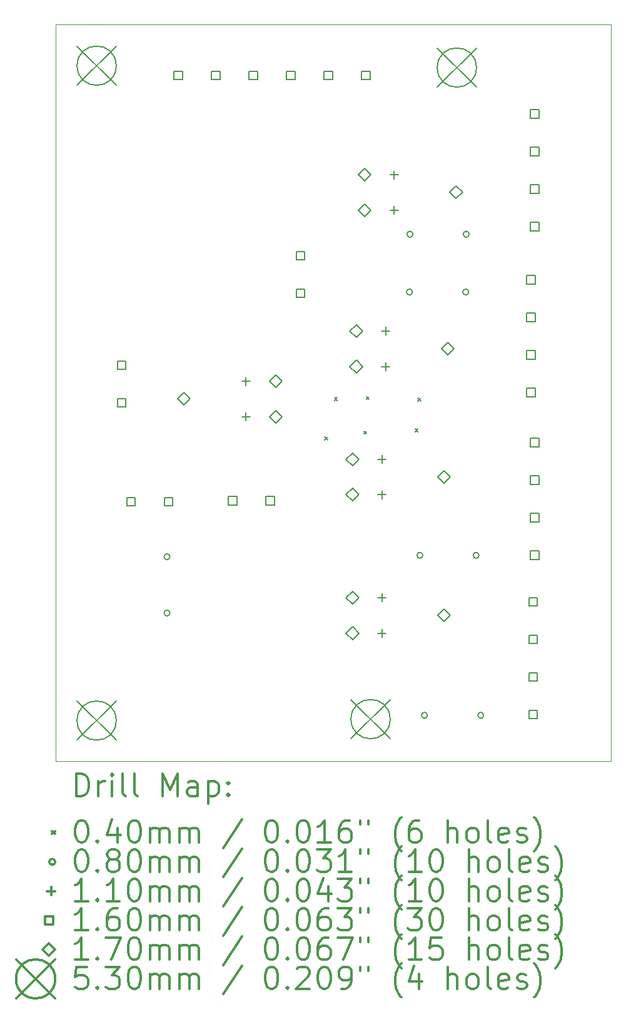
<source format=gbr>
%FSLAX45Y45*%
G04 Gerber Fmt 4.5, Leading zero omitted, Abs format (unit mm)*
G04 Created by KiCad (PCBNEW (5.1.4)-1) date 2023-06-30 15:23:16*
%MOMM*%
%LPD*%
G04 APERTURE LIST*
%ADD10C,0.050000*%
%ADD11C,0.200000*%
%ADD12C,0.300000*%
G04 APERTURE END LIST*
D10*
X6457950Y-22618700D02*
X6451600Y-12649200D01*
X13976350Y-22618700D02*
X6457950Y-22618700D01*
X13976350Y-12649200D02*
X13976350Y-22618700D01*
X6451600Y-12649200D02*
X13976350Y-12649200D01*
D11*
X10095550Y-18229900D02*
X10135550Y-18269900D01*
X10135550Y-18229900D02*
X10095550Y-18269900D01*
X10228900Y-17696500D02*
X10268900Y-17736500D01*
X10268900Y-17696500D02*
X10228900Y-17736500D01*
X10626350Y-18151100D02*
X10666350Y-18191100D01*
X10666350Y-18151100D02*
X10626350Y-18191100D01*
X10660700Y-17683800D02*
X10700700Y-17723800D01*
X10700700Y-17683800D02*
X10660700Y-17723800D01*
X11321100Y-18121950D02*
X11361100Y-18161950D01*
X11361100Y-18121950D02*
X11321100Y-18161950D01*
X11359200Y-17702850D02*
X11399200Y-17742850D01*
X11399200Y-17702850D02*
X11359200Y-17742850D01*
X11285850Y-16268700D02*
G75*
G03X11285850Y-16268700I-40000J0D01*
G01*
X12047850Y-16268700D02*
G75*
G03X12047850Y-16268700I-40000J0D01*
G01*
X11292200Y-15487650D02*
G75*
G03X11292200Y-15487650I-40000J0D01*
G01*
X12054200Y-15487650D02*
G75*
G03X12054200Y-15487650I-40000J0D01*
G01*
X11489050Y-21996400D02*
G75*
G03X11489050Y-21996400I-40000J0D01*
G01*
X12251050Y-21996400D02*
G75*
G03X12251050Y-21996400I-40000J0D01*
G01*
X8002900Y-19850100D02*
G75*
G03X8002900Y-19850100I-40000J0D01*
G01*
X8002900Y-20612100D02*
G75*
G03X8002900Y-20612100I-40000J0D01*
G01*
X11425550Y-19831050D02*
G75*
G03X11425550Y-19831050I-40000J0D01*
G01*
X12187550Y-19831050D02*
G75*
G03X12187550Y-19831050I-40000J0D01*
G01*
X11038550Y-14627500D02*
X11038550Y-14737500D01*
X10983550Y-14682500D02*
X11093550Y-14682500D01*
X11038550Y-15107500D02*
X11038550Y-15217500D01*
X10983550Y-15162500D02*
X11093550Y-15162500D01*
X9033800Y-17421500D02*
X9033800Y-17531500D01*
X8978800Y-17476500D02*
X9088800Y-17476500D01*
X9033800Y-17901500D02*
X9033800Y-18011500D01*
X8978800Y-17956500D02*
X9088800Y-17956500D01*
X10873450Y-18475600D02*
X10873450Y-18585600D01*
X10818450Y-18530600D02*
X10928450Y-18530600D01*
X10873450Y-18955600D02*
X10873450Y-19065600D01*
X10818450Y-19010600D02*
X10928450Y-19010600D01*
X10924250Y-16742050D02*
X10924250Y-16852050D01*
X10869250Y-16797050D02*
X10979250Y-16797050D01*
X10924250Y-17222050D02*
X10924250Y-17332050D01*
X10869250Y-17277050D02*
X10979250Y-17277050D01*
X10873450Y-20348850D02*
X10873450Y-20458850D01*
X10818450Y-20403850D02*
X10928450Y-20403850D01*
X10873450Y-20828850D02*
X10873450Y-20938850D01*
X10818450Y-20883850D02*
X10928450Y-20883850D01*
X12978819Y-20516269D02*
X12978819Y-20403131D01*
X12865681Y-20403131D01*
X12865681Y-20516269D01*
X12978819Y-20516269D01*
X12978819Y-21024269D02*
X12978819Y-20911131D01*
X12865681Y-20911131D01*
X12865681Y-21024269D01*
X12978819Y-21024269D01*
X12978819Y-21532269D02*
X12978819Y-21419131D01*
X12865681Y-21419131D01*
X12865681Y-21532269D01*
X12978819Y-21532269D01*
X12978819Y-22040269D02*
X12978819Y-21927131D01*
X12865681Y-21927131D01*
X12865681Y-22040269D01*
X12978819Y-22040269D01*
X8908469Y-19151019D02*
X8908469Y-19037881D01*
X8795331Y-19037881D01*
X8795331Y-19151019D01*
X8908469Y-19151019D01*
X9416469Y-19151019D02*
X9416469Y-19037881D01*
X9303331Y-19037881D01*
X9303331Y-19151019D01*
X9416469Y-19151019D01*
X12997869Y-13918619D02*
X12997869Y-13805481D01*
X12884731Y-13805481D01*
X12884731Y-13918619D01*
X12997869Y-13918619D01*
X12997869Y-14426619D02*
X12997869Y-14313481D01*
X12884731Y-14313481D01*
X12884731Y-14426619D01*
X12997869Y-14426619D01*
X12997869Y-14934619D02*
X12997869Y-14821481D01*
X12884731Y-14821481D01*
X12884731Y-14934619D01*
X12997869Y-14934619D01*
X12997869Y-15442619D02*
X12997869Y-15329481D01*
X12884731Y-15329481D01*
X12884731Y-15442619D01*
X12997869Y-15442619D01*
X12947069Y-16160169D02*
X12947069Y-16047031D01*
X12833931Y-16047031D01*
X12833931Y-16160169D01*
X12947069Y-16160169D01*
X12947069Y-16668169D02*
X12947069Y-16555031D01*
X12833931Y-16555031D01*
X12833931Y-16668169D01*
X12947069Y-16668169D01*
X12947069Y-17176169D02*
X12947069Y-17063031D01*
X12833931Y-17063031D01*
X12833931Y-17176169D01*
X12947069Y-17176169D01*
X12947069Y-17684169D02*
X12947069Y-17571031D01*
X12833931Y-17571031D01*
X12833931Y-17684169D01*
X12947069Y-17684169D01*
X7530519Y-19163719D02*
X7530519Y-19050581D01*
X7417381Y-19050581D01*
X7417381Y-19163719D01*
X7530519Y-19163719D01*
X8038519Y-19163719D02*
X8038519Y-19050581D01*
X7925381Y-19050581D01*
X7925381Y-19163719D01*
X8038519Y-19163719D01*
X7403519Y-17315869D02*
X7403519Y-17202731D01*
X7290381Y-17202731D01*
X7290381Y-17315869D01*
X7403519Y-17315869D01*
X7403519Y-17823869D02*
X7403519Y-17710731D01*
X7290381Y-17710731D01*
X7290381Y-17823869D01*
X7403519Y-17823869D01*
X12997869Y-18363619D02*
X12997869Y-18250481D01*
X12884731Y-18250481D01*
X12884731Y-18363619D01*
X12997869Y-18363619D01*
X12997869Y-18871619D02*
X12997869Y-18758481D01*
X12884731Y-18758481D01*
X12884731Y-18871619D01*
X12997869Y-18871619D01*
X12997869Y-19379619D02*
X12997869Y-19266481D01*
X12884731Y-19266481D01*
X12884731Y-19379619D01*
X12997869Y-19379619D01*
X12997869Y-19887619D02*
X12997869Y-19774481D01*
X12884731Y-19774481D01*
X12884731Y-19887619D01*
X12997869Y-19887619D01*
X8171869Y-13397919D02*
X8171869Y-13284781D01*
X8058731Y-13284781D01*
X8058731Y-13397919D01*
X8171869Y-13397919D01*
X8679869Y-13397919D02*
X8679869Y-13284781D01*
X8566731Y-13284781D01*
X8566731Y-13397919D01*
X8679869Y-13397919D01*
X9187869Y-13397919D02*
X9187869Y-13284781D01*
X9074731Y-13284781D01*
X9074731Y-13397919D01*
X9187869Y-13397919D01*
X9695869Y-13397919D02*
X9695869Y-13284781D01*
X9582731Y-13284781D01*
X9582731Y-13397919D01*
X9695869Y-13397919D01*
X10203869Y-13397919D02*
X10203869Y-13284781D01*
X10090731Y-13284781D01*
X10090731Y-13397919D01*
X10203869Y-13397919D01*
X10711869Y-13397919D02*
X10711869Y-13284781D01*
X10598731Y-13284781D01*
X10598731Y-13397919D01*
X10711869Y-13397919D01*
X9829219Y-15836319D02*
X9829219Y-15723181D01*
X9716081Y-15723181D01*
X9716081Y-15836319D01*
X9829219Y-15836319D01*
X9829219Y-16344319D02*
X9829219Y-16231181D01*
X9716081Y-16231181D01*
X9716081Y-16344319D01*
X9829219Y-16344319D01*
X8193800Y-17801500D02*
X8278800Y-17716500D01*
X8193800Y-17631500D01*
X8108800Y-17716500D01*
X8193800Y-17801500D01*
X9433800Y-17561500D02*
X9518800Y-17476500D01*
X9433800Y-17391500D01*
X9348800Y-17476500D01*
X9433800Y-17561500D01*
X9433800Y-18041500D02*
X9518800Y-17956500D01*
X9433800Y-17871500D01*
X9348800Y-17956500D01*
X9433800Y-18041500D01*
X10473450Y-18615600D02*
X10558450Y-18530600D01*
X10473450Y-18445600D01*
X10388450Y-18530600D01*
X10473450Y-18615600D01*
X10473450Y-19095600D02*
X10558450Y-19010600D01*
X10473450Y-18925600D01*
X10388450Y-19010600D01*
X10473450Y-19095600D01*
X11713450Y-18855600D02*
X11798450Y-18770600D01*
X11713450Y-18685600D01*
X11628450Y-18770600D01*
X11713450Y-18855600D01*
X10524250Y-16882050D02*
X10609250Y-16797050D01*
X10524250Y-16712050D01*
X10439250Y-16797050D01*
X10524250Y-16882050D01*
X10524250Y-17362050D02*
X10609250Y-17277050D01*
X10524250Y-17192050D01*
X10439250Y-17277050D01*
X10524250Y-17362050D01*
X11764250Y-17122050D02*
X11849250Y-17037050D01*
X11764250Y-16952050D01*
X11679250Y-17037050D01*
X11764250Y-17122050D01*
X10473450Y-20488850D02*
X10558450Y-20403850D01*
X10473450Y-20318850D01*
X10388450Y-20403850D01*
X10473450Y-20488850D01*
X10473450Y-20968850D02*
X10558450Y-20883850D01*
X10473450Y-20798850D01*
X10388450Y-20883850D01*
X10473450Y-20968850D01*
X11713450Y-20728850D02*
X11798450Y-20643850D01*
X11713450Y-20558850D01*
X11628450Y-20643850D01*
X11713450Y-20728850D01*
X10638550Y-14767500D02*
X10723550Y-14682500D01*
X10638550Y-14597500D01*
X10553550Y-14682500D01*
X10638550Y-14767500D01*
X10638550Y-15247500D02*
X10723550Y-15162500D01*
X10638550Y-15077500D01*
X10553550Y-15162500D01*
X10638550Y-15247500D01*
X11878550Y-15007500D02*
X11963550Y-14922500D01*
X11878550Y-14837500D01*
X11793550Y-14922500D01*
X11878550Y-15007500D01*
X6745400Y-21801250D02*
X7275400Y-22331250D01*
X7275400Y-21801250D02*
X6745400Y-22331250D01*
X7275400Y-22066250D02*
G75*
G03X7275400Y-22066250I-265000J0D01*
G01*
X11622200Y-12968400D02*
X12152200Y-13498400D01*
X12152200Y-12968400D02*
X11622200Y-13498400D01*
X12152200Y-13233400D02*
G75*
G03X12152200Y-13233400I-265000J0D01*
G01*
X6745400Y-12943000D02*
X7275400Y-13473000D01*
X7275400Y-12943000D02*
X6745400Y-13473000D01*
X7275400Y-13208000D02*
G75*
G03X7275400Y-13208000I-265000J0D01*
G01*
X10453800Y-21782200D02*
X10983800Y-22312200D01*
X10983800Y-21782200D02*
X10453800Y-22312200D01*
X10983800Y-22047200D02*
G75*
G03X10983800Y-22047200I-265000J0D01*
G01*
D12*
X6735528Y-23086914D02*
X6735528Y-22786914D01*
X6806957Y-22786914D01*
X6849814Y-22801200D01*
X6878386Y-22829771D01*
X6892671Y-22858343D01*
X6906957Y-22915486D01*
X6906957Y-22958343D01*
X6892671Y-23015486D01*
X6878386Y-23044057D01*
X6849814Y-23072629D01*
X6806957Y-23086914D01*
X6735528Y-23086914D01*
X7035528Y-23086914D02*
X7035528Y-22886914D01*
X7035528Y-22944057D02*
X7049814Y-22915486D01*
X7064100Y-22901200D01*
X7092671Y-22886914D01*
X7121243Y-22886914D01*
X7221243Y-23086914D02*
X7221243Y-22886914D01*
X7221243Y-22786914D02*
X7206957Y-22801200D01*
X7221243Y-22815486D01*
X7235528Y-22801200D01*
X7221243Y-22786914D01*
X7221243Y-22815486D01*
X7406957Y-23086914D02*
X7378386Y-23072629D01*
X7364100Y-23044057D01*
X7364100Y-22786914D01*
X7564100Y-23086914D02*
X7535528Y-23072629D01*
X7521243Y-23044057D01*
X7521243Y-22786914D01*
X7906957Y-23086914D02*
X7906957Y-22786914D01*
X8006957Y-23001200D01*
X8106957Y-22786914D01*
X8106957Y-23086914D01*
X8378386Y-23086914D02*
X8378386Y-22929771D01*
X8364100Y-22901200D01*
X8335528Y-22886914D01*
X8278386Y-22886914D01*
X8249814Y-22901200D01*
X8378386Y-23072629D02*
X8349814Y-23086914D01*
X8278386Y-23086914D01*
X8249814Y-23072629D01*
X8235528Y-23044057D01*
X8235528Y-23015486D01*
X8249814Y-22986914D01*
X8278386Y-22972629D01*
X8349814Y-22972629D01*
X8378386Y-22958343D01*
X8521243Y-22886914D02*
X8521243Y-23186914D01*
X8521243Y-22901200D02*
X8549814Y-22886914D01*
X8606957Y-22886914D01*
X8635528Y-22901200D01*
X8649814Y-22915486D01*
X8664100Y-22944057D01*
X8664100Y-23029771D01*
X8649814Y-23058343D01*
X8635528Y-23072629D01*
X8606957Y-23086914D01*
X8549814Y-23086914D01*
X8521243Y-23072629D01*
X8792671Y-23058343D02*
X8806957Y-23072629D01*
X8792671Y-23086914D01*
X8778386Y-23072629D01*
X8792671Y-23058343D01*
X8792671Y-23086914D01*
X8792671Y-22901200D02*
X8806957Y-22915486D01*
X8792671Y-22929771D01*
X8778386Y-22915486D01*
X8792671Y-22901200D01*
X8792671Y-22929771D01*
X6409100Y-23561200D02*
X6449100Y-23601200D01*
X6449100Y-23561200D02*
X6409100Y-23601200D01*
X6792671Y-23416914D02*
X6821243Y-23416914D01*
X6849814Y-23431200D01*
X6864100Y-23445486D01*
X6878386Y-23474057D01*
X6892671Y-23531200D01*
X6892671Y-23602629D01*
X6878386Y-23659771D01*
X6864100Y-23688343D01*
X6849814Y-23702629D01*
X6821243Y-23716914D01*
X6792671Y-23716914D01*
X6764100Y-23702629D01*
X6749814Y-23688343D01*
X6735528Y-23659771D01*
X6721243Y-23602629D01*
X6721243Y-23531200D01*
X6735528Y-23474057D01*
X6749814Y-23445486D01*
X6764100Y-23431200D01*
X6792671Y-23416914D01*
X7021243Y-23688343D02*
X7035528Y-23702629D01*
X7021243Y-23716914D01*
X7006957Y-23702629D01*
X7021243Y-23688343D01*
X7021243Y-23716914D01*
X7292671Y-23516914D02*
X7292671Y-23716914D01*
X7221243Y-23402629D02*
X7149814Y-23616914D01*
X7335528Y-23616914D01*
X7506957Y-23416914D02*
X7535528Y-23416914D01*
X7564100Y-23431200D01*
X7578386Y-23445486D01*
X7592671Y-23474057D01*
X7606957Y-23531200D01*
X7606957Y-23602629D01*
X7592671Y-23659771D01*
X7578386Y-23688343D01*
X7564100Y-23702629D01*
X7535528Y-23716914D01*
X7506957Y-23716914D01*
X7478386Y-23702629D01*
X7464100Y-23688343D01*
X7449814Y-23659771D01*
X7435528Y-23602629D01*
X7435528Y-23531200D01*
X7449814Y-23474057D01*
X7464100Y-23445486D01*
X7478386Y-23431200D01*
X7506957Y-23416914D01*
X7735528Y-23716914D02*
X7735528Y-23516914D01*
X7735528Y-23545486D02*
X7749814Y-23531200D01*
X7778386Y-23516914D01*
X7821243Y-23516914D01*
X7849814Y-23531200D01*
X7864100Y-23559771D01*
X7864100Y-23716914D01*
X7864100Y-23559771D02*
X7878386Y-23531200D01*
X7906957Y-23516914D01*
X7949814Y-23516914D01*
X7978386Y-23531200D01*
X7992671Y-23559771D01*
X7992671Y-23716914D01*
X8135528Y-23716914D02*
X8135528Y-23516914D01*
X8135528Y-23545486D02*
X8149814Y-23531200D01*
X8178386Y-23516914D01*
X8221243Y-23516914D01*
X8249814Y-23531200D01*
X8264100Y-23559771D01*
X8264100Y-23716914D01*
X8264100Y-23559771D02*
X8278386Y-23531200D01*
X8306957Y-23516914D01*
X8349814Y-23516914D01*
X8378386Y-23531200D01*
X8392671Y-23559771D01*
X8392671Y-23716914D01*
X8978386Y-23402629D02*
X8721243Y-23788343D01*
X9364100Y-23416914D02*
X9392671Y-23416914D01*
X9421243Y-23431200D01*
X9435528Y-23445486D01*
X9449814Y-23474057D01*
X9464100Y-23531200D01*
X9464100Y-23602629D01*
X9449814Y-23659771D01*
X9435528Y-23688343D01*
X9421243Y-23702629D01*
X9392671Y-23716914D01*
X9364100Y-23716914D01*
X9335528Y-23702629D01*
X9321243Y-23688343D01*
X9306957Y-23659771D01*
X9292671Y-23602629D01*
X9292671Y-23531200D01*
X9306957Y-23474057D01*
X9321243Y-23445486D01*
X9335528Y-23431200D01*
X9364100Y-23416914D01*
X9592671Y-23688343D02*
X9606957Y-23702629D01*
X9592671Y-23716914D01*
X9578386Y-23702629D01*
X9592671Y-23688343D01*
X9592671Y-23716914D01*
X9792671Y-23416914D02*
X9821243Y-23416914D01*
X9849814Y-23431200D01*
X9864100Y-23445486D01*
X9878386Y-23474057D01*
X9892671Y-23531200D01*
X9892671Y-23602629D01*
X9878386Y-23659771D01*
X9864100Y-23688343D01*
X9849814Y-23702629D01*
X9821243Y-23716914D01*
X9792671Y-23716914D01*
X9764100Y-23702629D01*
X9749814Y-23688343D01*
X9735528Y-23659771D01*
X9721243Y-23602629D01*
X9721243Y-23531200D01*
X9735528Y-23474057D01*
X9749814Y-23445486D01*
X9764100Y-23431200D01*
X9792671Y-23416914D01*
X10178386Y-23716914D02*
X10006957Y-23716914D01*
X10092671Y-23716914D02*
X10092671Y-23416914D01*
X10064100Y-23459771D01*
X10035528Y-23488343D01*
X10006957Y-23502629D01*
X10435528Y-23416914D02*
X10378386Y-23416914D01*
X10349814Y-23431200D01*
X10335528Y-23445486D01*
X10306957Y-23488343D01*
X10292671Y-23545486D01*
X10292671Y-23659771D01*
X10306957Y-23688343D01*
X10321243Y-23702629D01*
X10349814Y-23716914D01*
X10406957Y-23716914D01*
X10435528Y-23702629D01*
X10449814Y-23688343D01*
X10464100Y-23659771D01*
X10464100Y-23588343D01*
X10449814Y-23559771D01*
X10435528Y-23545486D01*
X10406957Y-23531200D01*
X10349814Y-23531200D01*
X10321243Y-23545486D01*
X10306957Y-23559771D01*
X10292671Y-23588343D01*
X10578386Y-23416914D02*
X10578386Y-23474057D01*
X10692671Y-23416914D02*
X10692671Y-23474057D01*
X11135528Y-23831200D02*
X11121243Y-23816914D01*
X11092671Y-23774057D01*
X11078386Y-23745486D01*
X11064100Y-23702629D01*
X11049814Y-23631200D01*
X11049814Y-23574057D01*
X11064100Y-23502629D01*
X11078386Y-23459771D01*
X11092671Y-23431200D01*
X11121243Y-23388343D01*
X11135528Y-23374057D01*
X11378386Y-23416914D02*
X11321243Y-23416914D01*
X11292671Y-23431200D01*
X11278386Y-23445486D01*
X11249814Y-23488343D01*
X11235528Y-23545486D01*
X11235528Y-23659771D01*
X11249814Y-23688343D01*
X11264100Y-23702629D01*
X11292671Y-23716914D01*
X11349814Y-23716914D01*
X11378386Y-23702629D01*
X11392671Y-23688343D01*
X11406957Y-23659771D01*
X11406957Y-23588343D01*
X11392671Y-23559771D01*
X11378386Y-23545486D01*
X11349814Y-23531200D01*
X11292671Y-23531200D01*
X11264100Y-23545486D01*
X11249814Y-23559771D01*
X11235528Y-23588343D01*
X11764100Y-23716914D02*
X11764100Y-23416914D01*
X11892671Y-23716914D02*
X11892671Y-23559771D01*
X11878386Y-23531200D01*
X11849814Y-23516914D01*
X11806957Y-23516914D01*
X11778386Y-23531200D01*
X11764100Y-23545486D01*
X12078386Y-23716914D02*
X12049814Y-23702629D01*
X12035528Y-23688343D01*
X12021243Y-23659771D01*
X12021243Y-23574057D01*
X12035528Y-23545486D01*
X12049814Y-23531200D01*
X12078386Y-23516914D01*
X12121243Y-23516914D01*
X12149814Y-23531200D01*
X12164100Y-23545486D01*
X12178386Y-23574057D01*
X12178386Y-23659771D01*
X12164100Y-23688343D01*
X12149814Y-23702629D01*
X12121243Y-23716914D01*
X12078386Y-23716914D01*
X12349814Y-23716914D02*
X12321243Y-23702629D01*
X12306957Y-23674057D01*
X12306957Y-23416914D01*
X12578386Y-23702629D02*
X12549814Y-23716914D01*
X12492671Y-23716914D01*
X12464100Y-23702629D01*
X12449814Y-23674057D01*
X12449814Y-23559771D01*
X12464100Y-23531200D01*
X12492671Y-23516914D01*
X12549814Y-23516914D01*
X12578386Y-23531200D01*
X12592671Y-23559771D01*
X12592671Y-23588343D01*
X12449814Y-23616914D01*
X12706957Y-23702629D02*
X12735528Y-23716914D01*
X12792671Y-23716914D01*
X12821243Y-23702629D01*
X12835528Y-23674057D01*
X12835528Y-23659771D01*
X12821243Y-23631200D01*
X12792671Y-23616914D01*
X12749814Y-23616914D01*
X12721243Y-23602629D01*
X12706957Y-23574057D01*
X12706957Y-23559771D01*
X12721243Y-23531200D01*
X12749814Y-23516914D01*
X12792671Y-23516914D01*
X12821243Y-23531200D01*
X12935528Y-23831200D02*
X12949814Y-23816914D01*
X12978386Y-23774057D01*
X12992671Y-23745486D01*
X13006957Y-23702629D01*
X13021243Y-23631200D01*
X13021243Y-23574057D01*
X13006957Y-23502629D01*
X12992671Y-23459771D01*
X12978386Y-23431200D01*
X12949814Y-23388343D01*
X12935528Y-23374057D01*
X6449100Y-23977200D02*
G75*
G03X6449100Y-23977200I-40000J0D01*
G01*
X6792671Y-23812914D02*
X6821243Y-23812914D01*
X6849814Y-23827200D01*
X6864100Y-23841486D01*
X6878386Y-23870057D01*
X6892671Y-23927200D01*
X6892671Y-23998629D01*
X6878386Y-24055771D01*
X6864100Y-24084343D01*
X6849814Y-24098629D01*
X6821243Y-24112914D01*
X6792671Y-24112914D01*
X6764100Y-24098629D01*
X6749814Y-24084343D01*
X6735528Y-24055771D01*
X6721243Y-23998629D01*
X6721243Y-23927200D01*
X6735528Y-23870057D01*
X6749814Y-23841486D01*
X6764100Y-23827200D01*
X6792671Y-23812914D01*
X7021243Y-24084343D02*
X7035528Y-24098629D01*
X7021243Y-24112914D01*
X7006957Y-24098629D01*
X7021243Y-24084343D01*
X7021243Y-24112914D01*
X7206957Y-23941486D02*
X7178386Y-23927200D01*
X7164100Y-23912914D01*
X7149814Y-23884343D01*
X7149814Y-23870057D01*
X7164100Y-23841486D01*
X7178386Y-23827200D01*
X7206957Y-23812914D01*
X7264100Y-23812914D01*
X7292671Y-23827200D01*
X7306957Y-23841486D01*
X7321243Y-23870057D01*
X7321243Y-23884343D01*
X7306957Y-23912914D01*
X7292671Y-23927200D01*
X7264100Y-23941486D01*
X7206957Y-23941486D01*
X7178386Y-23955771D01*
X7164100Y-23970057D01*
X7149814Y-23998629D01*
X7149814Y-24055771D01*
X7164100Y-24084343D01*
X7178386Y-24098629D01*
X7206957Y-24112914D01*
X7264100Y-24112914D01*
X7292671Y-24098629D01*
X7306957Y-24084343D01*
X7321243Y-24055771D01*
X7321243Y-23998629D01*
X7306957Y-23970057D01*
X7292671Y-23955771D01*
X7264100Y-23941486D01*
X7506957Y-23812914D02*
X7535528Y-23812914D01*
X7564100Y-23827200D01*
X7578386Y-23841486D01*
X7592671Y-23870057D01*
X7606957Y-23927200D01*
X7606957Y-23998629D01*
X7592671Y-24055771D01*
X7578386Y-24084343D01*
X7564100Y-24098629D01*
X7535528Y-24112914D01*
X7506957Y-24112914D01*
X7478386Y-24098629D01*
X7464100Y-24084343D01*
X7449814Y-24055771D01*
X7435528Y-23998629D01*
X7435528Y-23927200D01*
X7449814Y-23870057D01*
X7464100Y-23841486D01*
X7478386Y-23827200D01*
X7506957Y-23812914D01*
X7735528Y-24112914D02*
X7735528Y-23912914D01*
X7735528Y-23941486D02*
X7749814Y-23927200D01*
X7778386Y-23912914D01*
X7821243Y-23912914D01*
X7849814Y-23927200D01*
X7864100Y-23955771D01*
X7864100Y-24112914D01*
X7864100Y-23955771D02*
X7878386Y-23927200D01*
X7906957Y-23912914D01*
X7949814Y-23912914D01*
X7978386Y-23927200D01*
X7992671Y-23955771D01*
X7992671Y-24112914D01*
X8135528Y-24112914D02*
X8135528Y-23912914D01*
X8135528Y-23941486D02*
X8149814Y-23927200D01*
X8178386Y-23912914D01*
X8221243Y-23912914D01*
X8249814Y-23927200D01*
X8264100Y-23955771D01*
X8264100Y-24112914D01*
X8264100Y-23955771D02*
X8278386Y-23927200D01*
X8306957Y-23912914D01*
X8349814Y-23912914D01*
X8378386Y-23927200D01*
X8392671Y-23955771D01*
X8392671Y-24112914D01*
X8978386Y-23798629D02*
X8721243Y-24184343D01*
X9364100Y-23812914D02*
X9392671Y-23812914D01*
X9421243Y-23827200D01*
X9435528Y-23841486D01*
X9449814Y-23870057D01*
X9464100Y-23927200D01*
X9464100Y-23998629D01*
X9449814Y-24055771D01*
X9435528Y-24084343D01*
X9421243Y-24098629D01*
X9392671Y-24112914D01*
X9364100Y-24112914D01*
X9335528Y-24098629D01*
X9321243Y-24084343D01*
X9306957Y-24055771D01*
X9292671Y-23998629D01*
X9292671Y-23927200D01*
X9306957Y-23870057D01*
X9321243Y-23841486D01*
X9335528Y-23827200D01*
X9364100Y-23812914D01*
X9592671Y-24084343D02*
X9606957Y-24098629D01*
X9592671Y-24112914D01*
X9578386Y-24098629D01*
X9592671Y-24084343D01*
X9592671Y-24112914D01*
X9792671Y-23812914D02*
X9821243Y-23812914D01*
X9849814Y-23827200D01*
X9864100Y-23841486D01*
X9878386Y-23870057D01*
X9892671Y-23927200D01*
X9892671Y-23998629D01*
X9878386Y-24055771D01*
X9864100Y-24084343D01*
X9849814Y-24098629D01*
X9821243Y-24112914D01*
X9792671Y-24112914D01*
X9764100Y-24098629D01*
X9749814Y-24084343D01*
X9735528Y-24055771D01*
X9721243Y-23998629D01*
X9721243Y-23927200D01*
X9735528Y-23870057D01*
X9749814Y-23841486D01*
X9764100Y-23827200D01*
X9792671Y-23812914D01*
X9992671Y-23812914D02*
X10178386Y-23812914D01*
X10078386Y-23927200D01*
X10121243Y-23927200D01*
X10149814Y-23941486D01*
X10164100Y-23955771D01*
X10178386Y-23984343D01*
X10178386Y-24055771D01*
X10164100Y-24084343D01*
X10149814Y-24098629D01*
X10121243Y-24112914D01*
X10035528Y-24112914D01*
X10006957Y-24098629D01*
X9992671Y-24084343D01*
X10464100Y-24112914D02*
X10292671Y-24112914D01*
X10378386Y-24112914D02*
X10378386Y-23812914D01*
X10349814Y-23855771D01*
X10321243Y-23884343D01*
X10292671Y-23898629D01*
X10578386Y-23812914D02*
X10578386Y-23870057D01*
X10692671Y-23812914D02*
X10692671Y-23870057D01*
X11135528Y-24227200D02*
X11121243Y-24212914D01*
X11092671Y-24170057D01*
X11078386Y-24141486D01*
X11064100Y-24098629D01*
X11049814Y-24027200D01*
X11049814Y-23970057D01*
X11064100Y-23898629D01*
X11078386Y-23855771D01*
X11092671Y-23827200D01*
X11121243Y-23784343D01*
X11135528Y-23770057D01*
X11406957Y-24112914D02*
X11235528Y-24112914D01*
X11321243Y-24112914D02*
X11321243Y-23812914D01*
X11292671Y-23855771D01*
X11264100Y-23884343D01*
X11235528Y-23898629D01*
X11592671Y-23812914D02*
X11621243Y-23812914D01*
X11649814Y-23827200D01*
X11664100Y-23841486D01*
X11678386Y-23870057D01*
X11692671Y-23927200D01*
X11692671Y-23998629D01*
X11678386Y-24055771D01*
X11664100Y-24084343D01*
X11649814Y-24098629D01*
X11621243Y-24112914D01*
X11592671Y-24112914D01*
X11564100Y-24098629D01*
X11549814Y-24084343D01*
X11535528Y-24055771D01*
X11521243Y-23998629D01*
X11521243Y-23927200D01*
X11535528Y-23870057D01*
X11549814Y-23841486D01*
X11564100Y-23827200D01*
X11592671Y-23812914D01*
X12049814Y-24112914D02*
X12049814Y-23812914D01*
X12178386Y-24112914D02*
X12178386Y-23955771D01*
X12164100Y-23927200D01*
X12135528Y-23912914D01*
X12092671Y-23912914D01*
X12064100Y-23927200D01*
X12049814Y-23941486D01*
X12364100Y-24112914D02*
X12335528Y-24098629D01*
X12321243Y-24084343D01*
X12306957Y-24055771D01*
X12306957Y-23970057D01*
X12321243Y-23941486D01*
X12335528Y-23927200D01*
X12364100Y-23912914D01*
X12406957Y-23912914D01*
X12435528Y-23927200D01*
X12449814Y-23941486D01*
X12464100Y-23970057D01*
X12464100Y-24055771D01*
X12449814Y-24084343D01*
X12435528Y-24098629D01*
X12406957Y-24112914D01*
X12364100Y-24112914D01*
X12635528Y-24112914D02*
X12606957Y-24098629D01*
X12592671Y-24070057D01*
X12592671Y-23812914D01*
X12864100Y-24098629D02*
X12835528Y-24112914D01*
X12778386Y-24112914D01*
X12749814Y-24098629D01*
X12735528Y-24070057D01*
X12735528Y-23955771D01*
X12749814Y-23927200D01*
X12778386Y-23912914D01*
X12835528Y-23912914D01*
X12864100Y-23927200D01*
X12878386Y-23955771D01*
X12878386Y-23984343D01*
X12735528Y-24012914D01*
X12992671Y-24098629D02*
X13021243Y-24112914D01*
X13078386Y-24112914D01*
X13106957Y-24098629D01*
X13121243Y-24070057D01*
X13121243Y-24055771D01*
X13106957Y-24027200D01*
X13078386Y-24012914D01*
X13035528Y-24012914D01*
X13006957Y-23998629D01*
X12992671Y-23970057D01*
X12992671Y-23955771D01*
X13006957Y-23927200D01*
X13035528Y-23912914D01*
X13078386Y-23912914D01*
X13106957Y-23927200D01*
X13221243Y-24227200D02*
X13235528Y-24212914D01*
X13264100Y-24170057D01*
X13278386Y-24141486D01*
X13292671Y-24098629D01*
X13306957Y-24027200D01*
X13306957Y-23970057D01*
X13292671Y-23898629D01*
X13278386Y-23855771D01*
X13264100Y-23827200D01*
X13235528Y-23784343D01*
X13221243Y-23770057D01*
X6394100Y-24318200D02*
X6394100Y-24428200D01*
X6339100Y-24373200D02*
X6449100Y-24373200D01*
X6892671Y-24508914D02*
X6721243Y-24508914D01*
X6806957Y-24508914D02*
X6806957Y-24208914D01*
X6778386Y-24251771D01*
X6749814Y-24280343D01*
X6721243Y-24294629D01*
X7021243Y-24480343D02*
X7035528Y-24494629D01*
X7021243Y-24508914D01*
X7006957Y-24494629D01*
X7021243Y-24480343D01*
X7021243Y-24508914D01*
X7321243Y-24508914D02*
X7149814Y-24508914D01*
X7235528Y-24508914D02*
X7235528Y-24208914D01*
X7206957Y-24251771D01*
X7178386Y-24280343D01*
X7149814Y-24294629D01*
X7506957Y-24208914D02*
X7535528Y-24208914D01*
X7564100Y-24223200D01*
X7578386Y-24237486D01*
X7592671Y-24266057D01*
X7606957Y-24323200D01*
X7606957Y-24394629D01*
X7592671Y-24451771D01*
X7578386Y-24480343D01*
X7564100Y-24494629D01*
X7535528Y-24508914D01*
X7506957Y-24508914D01*
X7478386Y-24494629D01*
X7464100Y-24480343D01*
X7449814Y-24451771D01*
X7435528Y-24394629D01*
X7435528Y-24323200D01*
X7449814Y-24266057D01*
X7464100Y-24237486D01*
X7478386Y-24223200D01*
X7506957Y-24208914D01*
X7735528Y-24508914D02*
X7735528Y-24308914D01*
X7735528Y-24337486D02*
X7749814Y-24323200D01*
X7778386Y-24308914D01*
X7821243Y-24308914D01*
X7849814Y-24323200D01*
X7864100Y-24351771D01*
X7864100Y-24508914D01*
X7864100Y-24351771D02*
X7878386Y-24323200D01*
X7906957Y-24308914D01*
X7949814Y-24308914D01*
X7978386Y-24323200D01*
X7992671Y-24351771D01*
X7992671Y-24508914D01*
X8135528Y-24508914D02*
X8135528Y-24308914D01*
X8135528Y-24337486D02*
X8149814Y-24323200D01*
X8178386Y-24308914D01*
X8221243Y-24308914D01*
X8249814Y-24323200D01*
X8264100Y-24351771D01*
X8264100Y-24508914D01*
X8264100Y-24351771D02*
X8278386Y-24323200D01*
X8306957Y-24308914D01*
X8349814Y-24308914D01*
X8378386Y-24323200D01*
X8392671Y-24351771D01*
X8392671Y-24508914D01*
X8978386Y-24194629D02*
X8721243Y-24580343D01*
X9364100Y-24208914D02*
X9392671Y-24208914D01*
X9421243Y-24223200D01*
X9435528Y-24237486D01*
X9449814Y-24266057D01*
X9464100Y-24323200D01*
X9464100Y-24394629D01*
X9449814Y-24451771D01*
X9435528Y-24480343D01*
X9421243Y-24494629D01*
X9392671Y-24508914D01*
X9364100Y-24508914D01*
X9335528Y-24494629D01*
X9321243Y-24480343D01*
X9306957Y-24451771D01*
X9292671Y-24394629D01*
X9292671Y-24323200D01*
X9306957Y-24266057D01*
X9321243Y-24237486D01*
X9335528Y-24223200D01*
X9364100Y-24208914D01*
X9592671Y-24480343D02*
X9606957Y-24494629D01*
X9592671Y-24508914D01*
X9578386Y-24494629D01*
X9592671Y-24480343D01*
X9592671Y-24508914D01*
X9792671Y-24208914D02*
X9821243Y-24208914D01*
X9849814Y-24223200D01*
X9864100Y-24237486D01*
X9878386Y-24266057D01*
X9892671Y-24323200D01*
X9892671Y-24394629D01*
X9878386Y-24451771D01*
X9864100Y-24480343D01*
X9849814Y-24494629D01*
X9821243Y-24508914D01*
X9792671Y-24508914D01*
X9764100Y-24494629D01*
X9749814Y-24480343D01*
X9735528Y-24451771D01*
X9721243Y-24394629D01*
X9721243Y-24323200D01*
X9735528Y-24266057D01*
X9749814Y-24237486D01*
X9764100Y-24223200D01*
X9792671Y-24208914D01*
X10149814Y-24308914D02*
X10149814Y-24508914D01*
X10078386Y-24194629D02*
X10006957Y-24408914D01*
X10192671Y-24408914D01*
X10278386Y-24208914D02*
X10464100Y-24208914D01*
X10364100Y-24323200D01*
X10406957Y-24323200D01*
X10435528Y-24337486D01*
X10449814Y-24351771D01*
X10464100Y-24380343D01*
X10464100Y-24451771D01*
X10449814Y-24480343D01*
X10435528Y-24494629D01*
X10406957Y-24508914D01*
X10321243Y-24508914D01*
X10292671Y-24494629D01*
X10278386Y-24480343D01*
X10578386Y-24208914D02*
X10578386Y-24266057D01*
X10692671Y-24208914D02*
X10692671Y-24266057D01*
X11135528Y-24623200D02*
X11121243Y-24608914D01*
X11092671Y-24566057D01*
X11078386Y-24537486D01*
X11064100Y-24494629D01*
X11049814Y-24423200D01*
X11049814Y-24366057D01*
X11064100Y-24294629D01*
X11078386Y-24251771D01*
X11092671Y-24223200D01*
X11121243Y-24180343D01*
X11135528Y-24166057D01*
X11406957Y-24508914D02*
X11235528Y-24508914D01*
X11321243Y-24508914D02*
X11321243Y-24208914D01*
X11292671Y-24251771D01*
X11264100Y-24280343D01*
X11235528Y-24294629D01*
X11592671Y-24208914D02*
X11621243Y-24208914D01*
X11649814Y-24223200D01*
X11664100Y-24237486D01*
X11678386Y-24266057D01*
X11692671Y-24323200D01*
X11692671Y-24394629D01*
X11678386Y-24451771D01*
X11664100Y-24480343D01*
X11649814Y-24494629D01*
X11621243Y-24508914D01*
X11592671Y-24508914D01*
X11564100Y-24494629D01*
X11549814Y-24480343D01*
X11535528Y-24451771D01*
X11521243Y-24394629D01*
X11521243Y-24323200D01*
X11535528Y-24266057D01*
X11549814Y-24237486D01*
X11564100Y-24223200D01*
X11592671Y-24208914D01*
X12049814Y-24508914D02*
X12049814Y-24208914D01*
X12178386Y-24508914D02*
X12178386Y-24351771D01*
X12164100Y-24323200D01*
X12135528Y-24308914D01*
X12092671Y-24308914D01*
X12064100Y-24323200D01*
X12049814Y-24337486D01*
X12364100Y-24508914D02*
X12335528Y-24494629D01*
X12321243Y-24480343D01*
X12306957Y-24451771D01*
X12306957Y-24366057D01*
X12321243Y-24337486D01*
X12335528Y-24323200D01*
X12364100Y-24308914D01*
X12406957Y-24308914D01*
X12435528Y-24323200D01*
X12449814Y-24337486D01*
X12464100Y-24366057D01*
X12464100Y-24451771D01*
X12449814Y-24480343D01*
X12435528Y-24494629D01*
X12406957Y-24508914D01*
X12364100Y-24508914D01*
X12635528Y-24508914D02*
X12606957Y-24494629D01*
X12592671Y-24466057D01*
X12592671Y-24208914D01*
X12864100Y-24494629D02*
X12835528Y-24508914D01*
X12778386Y-24508914D01*
X12749814Y-24494629D01*
X12735528Y-24466057D01*
X12735528Y-24351771D01*
X12749814Y-24323200D01*
X12778386Y-24308914D01*
X12835528Y-24308914D01*
X12864100Y-24323200D01*
X12878386Y-24351771D01*
X12878386Y-24380343D01*
X12735528Y-24408914D01*
X12992671Y-24494629D02*
X13021243Y-24508914D01*
X13078386Y-24508914D01*
X13106957Y-24494629D01*
X13121243Y-24466057D01*
X13121243Y-24451771D01*
X13106957Y-24423200D01*
X13078386Y-24408914D01*
X13035528Y-24408914D01*
X13006957Y-24394629D01*
X12992671Y-24366057D01*
X12992671Y-24351771D01*
X13006957Y-24323200D01*
X13035528Y-24308914D01*
X13078386Y-24308914D01*
X13106957Y-24323200D01*
X13221243Y-24623200D02*
X13235528Y-24608914D01*
X13264100Y-24566057D01*
X13278386Y-24537486D01*
X13292671Y-24494629D01*
X13306957Y-24423200D01*
X13306957Y-24366057D01*
X13292671Y-24294629D01*
X13278386Y-24251771D01*
X13264100Y-24223200D01*
X13235528Y-24180343D01*
X13221243Y-24166057D01*
X6425669Y-24825769D02*
X6425669Y-24712631D01*
X6312531Y-24712631D01*
X6312531Y-24825769D01*
X6425669Y-24825769D01*
X6892671Y-24904914D02*
X6721243Y-24904914D01*
X6806957Y-24904914D02*
X6806957Y-24604914D01*
X6778386Y-24647771D01*
X6749814Y-24676343D01*
X6721243Y-24690629D01*
X7021243Y-24876343D02*
X7035528Y-24890629D01*
X7021243Y-24904914D01*
X7006957Y-24890629D01*
X7021243Y-24876343D01*
X7021243Y-24904914D01*
X7292671Y-24604914D02*
X7235528Y-24604914D01*
X7206957Y-24619200D01*
X7192671Y-24633486D01*
X7164100Y-24676343D01*
X7149814Y-24733486D01*
X7149814Y-24847771D01*
X7164100Y-24876343D01*
X7178386Y-24890629D01*
X7206957Y-24904914D01*
X7264100Y-24904914D01*
X7292671Y-24890629D01*
X7306957Y-24876343D01*
X7321243Y-24847771D01*
X7321243Y-24776343D01*
X7306957Y-24747771D01*
X7292671Y-24733486D01*
X7264100Y-24719200D01*
X7206957Y-24719200D01*
X7178386Y-24733486D01*
X7164100Y-24747771D01*
X7149814Y-24776343D01*
X7506957Y-24604914D02*
X7535528Y-24604914D01*
X7564100Y-24619200D01*
X7578386Y-24633486D01*
X7592671Y-24662057D01*
X7606957Y-24719200D01*
X7606957Y-24790629D01*
X7592671Y-24847771D01*
X7578386Y-24876343D01*
X7564100Y-24890629D01*
X7535528Y-24904914D01*
X7506957Y-24904914D01*
X7478386Y-24890629D01*
X7464100Y-24876343D01*
X7449814Y-24847771D01*
X7435528Y-24790629D01*
X7435528Y-24719200D01*
X7449814Y-24662057D01*
X7464100Y-24633486D01*
X7478386Y-24619200D01*
X7506957Y-24604914D01*
X7735528Y-24904914D02*
X7735528Y-24704914D01*
X7735528Y-24733486D02*
X7749814Y-24719200D01*
X7778386Y-24704914D01*
X7821243Y-24704914D01*
X7849814Y-24719200D01*
X7864100Y-24747771D01*
X7864100Y-24904914D01*
X7864100Y-24747771D02*
X7878386Y-24719200D01*
X7906957Y-24704914D01*
X7949814Y-24704914D01*
X7978386Y-24719200D01*
X7992671Y-24747771D01*
X7992671Y-24904914D01*
X8135528Y-24904914D02*
X8135528Y-24704914D01*
X8135528Y-24733486D02*
X8149814Y-24719200D01*
X8178386Y-24704914D01*
X8221243Y-24704914D01*
X8249814Y-24719200D01*
X8264100Y-24747771D01*
X8264100Y-24904914D01*
X8264100Y-24747771D02*
X8278386Y-24719200D01*
X8306957Y-24704914D01*
X8349814Y-24704914D01*
X8378386Y-24719200D01*
X8392671Y-24747771D01*
X8392671Y-24904914D01*
X8978386Y-24590629D02*
X8721243Y-24976343D01*
X9364100Y-24604914D02*
X9392671Y-24604914D01*
X9421243Y-24619200D01*
X9435528Y-24633486D01*
X9449814Y-24662057D01*
X9464100Y-24719200D01*
X9464100Y-24790629D01*
X9449814Y-24847771D01*
X9435528Y-24876343D01*
X9421243Y-24890629D01*
X9392671Y-24904914D01*
X9364100Y-24904914D01*
X9335528Y-24890629D01*
X9321243Y-24876343D01*
X9306957Y-24847771D01*
X9292671Y-24790629D01*
X9292671Y-24719200D01*
X9306957Y-24662057D01*
X9321243Y-24633486D01*
X9335528Y-24619200D01*
X9364100Y-24604914D01*
X9592671Y-24876343D02*
X9606957Y-24890629D01*
X9592671Y-24904914D01*
X9578386Y-24890629D01*
X9592671Y-24876343D01*
X9592671Y-24904914D01*
X9792671Y-24604914D02*
X9821243Y-24604914D01*
X9849814Y-24619200D01*
X9864100Y-24633486D01*
X9878386Y-24662057D01*
X9892671Y-24719200D01*
X9892671Y-24790629D01*
X9878386Y-24847771D01*
X9864100Y-24876343D01*
X9849814Y-24890629D01*
X9821243Y-24904914D01*
X9792671Y-24904914D01*
X9764100Y-24890629D01*
X9749814Y-24876343D01*
X9735528Y-24847771D01*
X9721243Y-24790629D01*
X9721243Y-24719200D01*
X9735528Y-24662057D01*
X9749814Y-24633486D01*
X9764100Y-24619200D01*
X9792671Y-24604914D01*
X10149814Y-24604914D02*
X10092671Y-24604914D01*
X10064100Y-24619200D01*
X10049814Y-24633486D01*
X10021243Y-24676343D01*
X10006957Y-24733486D01*
X10006957Y-24847771D01*
X10021243Y-24876343D01*
X10035528Y-24890629D01*
X10064100Y-24904914D01*
X10121243Y-24904914D01*
X10149814Y-24890629D01*
X10164100Y-24876343D01*
X10178386Y-24847771D01*
X10178386Y-24776343D01*
X10164100Y-24747771D01*
X10149814Y-24733486D01*
X10121243Y-24719200D01*
X10064100Y-24719200D01*
X10035528Y-24733486D01*
X10021243Y-24747771D01*
X10006957Y-24776343D01*
X10278386Y-24604914D02*
X10464100Y-24604914D01*
X10364100Y-24719200D01*
X10406957Y-24719200D01*
X10435528Y-24733486D01*
X10449814Y-24747771D01*
X10464100Y-24776343D01*
X10464100Y-24847771D01*
X10449814Y-24876343D01*
X10435528Y-24890629D01*
X10406957Y-24904914D01*
X10321243Y-24904914D01*
X10292671Y-24890629D01*
X10278386Y-24876343D01*
X10578386Y-24604914D02*
X10578386Y-24662057D01*
X10692671Y-24604914D02*
X10692671Y-24662057D01*
X11135528Y-25019200D02*
X11121243Y-25004914D01*
X11092671Y-24962057D01*
X11078386Y-24933486D01*
X11064100Y-24890629D01*
X11049814Y-24819200D01*
X11049814Y-24762057D01*
X11064100Y-24690629D01*
X11078386Y-24647771D01*
X11092671Y-24619200D01*
X11121243Y-24576343D01*
X11135528Y-24562057D01*
X11221243Y-24604914D02*
X11406957Y-24604914D01*
X11306957Y-24719200D01*
X11349814Y-24719200D01*
X11378386Y-24733486D01*
X11392671Y-24747771D01*
X11406957Y-24776343D01*
X11406957Y-24847771D01*
X11392671Y-24876343D01*
X11378386Y-24890629D01*
X11349814Y-24904914D01*
X11264100Y-24904914D01*
X11235528Y-24890629D01*
X11221243Y-24876343D01*
X11592671Y-24604914D02*
X11621243Y-24604914D01*
X11649814Y-24619200D01*
X11664100Y-24633486D01*
X11678386Y-24662057D01*
X11692671Y-24719200D01*
X11692671Y-24790629D01*
X11678386Y-24847771D01*
X11664100Y-24876343D01*
X11649814Y-24890629D01*
X11621243Y-24904914D01*
X11592671Y-24904914D01*
X11564100Y-24890629D01*
X11549814Y-24876343D01*
X11535528Y-24847771D01*
X11521243Y-24790629D01*
X11521243Y-24719200D01*
X11535528Y-24662057D01*
X11549814Y-24633486D01*
X11564100Y-24619200D01*
X11592671Y-24604914D01*
X12049814Y-24904914D02*
X12049814Y-24604914D01*
X12178386Y-24904914D02*
X12178386Y-24747771D01*
X12164100Y-24719200D01*
X12135528Y-24704914D01*
X12092671Y-24704914D01*
X12064100Y-24719200D01*
X12049814Y-24733486D01*
X12364100Y-24904914D02*
X12335528Y-24890629D01*
X12321243Y-24876343D01*
X12306957Y-24847771D01*
X12306957Y-24762057D01*
X12321243Y-24733486D01*
X12335528Y-24719200D01*
X12364100Y-24704914D01*
X12406957Y-24704914D01*
X12435528Y-24719200D01*
X12449814Y-24733486D01*
X12464100Y-24762057D01*
X12464100Y-24847771D01*
X12449814Y-24876343D01*
X12435528Y-24890629D01*
X12406957Y-24904914D01*
X12364100Y-24904914D01*
X12635528Y-24904914D02*
X12606957Y-24890629D01*
X12592671Y-24862057D01*
X12592671Y-24604914D01*
X12864100Y-24890629D02*
X12835528Y-24904914D01*
X12778386Y-24904914D01*
X12749814Y-24890629D01*
X12735528Y-24862057D01*
X12735528Y-24747771D01*
X12749814Y-24719200D01*
X12778386Y-24704914D01*
X12835528Y-24704914D01*
X12864100Y-24719200D01*
X12878386Y-24747771D01*
X12878386Y-24776343D01*
X12735528Y-24804914D01*
X12992671Y-24890629D02*
X13021243Y-24904914D01*
X13078386Y-24904914D01*
X13106957Y-24890629D01*
X13121243Y-24862057D01*
X13121243Y-24847771D01*
X13106957Y-24819200D01*
X13078386Y-24804914D01*
X13035528Y-24804914D01*
X13006957Y-24790629D01*
X12992671Y-24762057D01*
X12992671Y-24747771D01*
X13006957Y-24719200D01*
X13035528Y-24704914D01*
X13078386Y-24704914D01*
X13106957Y-24719200D01*
X13221243Y-25019200D02*
X13235528Y-25004914D01*
X13264100Y-24962057D01*
X13278386Y-24933486D01*
X13292671Y-24890629D01*
X13306957Y-24819200D01*
X13306957Y-24762057D01*
X13292671Y-24690629D01*
X13278386Y-24647771D01*
X13264100Y-24619200D01*
X13235528Y-24576343D01*
X13221243Y-24562057D01*
X6364100Y-25250200D02*
X6449100Y-25165200D01*
X6364100Y-25080200D01*
X6279100Y-25165200D01*
X6364100Y-25250200D01*
X6892671Y-25300914D02*
X6721243Y-25300914D01*
X6806957Y-25300914D02*
X6806957Y-25000914D01*
X6778386Y-25043771D01*
X6749814Y-25072343D01*
X6721243Y-25086629D01*
X7021243Y-25272343D02*
X7035528Y-25286629D01*
X7021243Y-25300914D01*
X7006957Y-25286629D01*
X7021243Y-25272343D01*
X7021243Y-25300914D01*
X7135528Y-25000914D02*
X7335528Y-25000914D01*
X7206957Y-25300914D01*
X7506957Y-25000914D02*
X7535528Y-25000914D01*
X7564100Y-25015200D01*
X7578386Y-25029486D01*
X7592671Y-25058057D01*
X7606957Y-25115200D01*
X7606957Y-25186629D01*
X7592671Y-25243771D01*
X7578386Y-25272343D01*
X7564100Y-25286629D01*
X7535528Y-25300914D01*
X7506957Y-25300914D01*
X7478386Y-25286629D01*
X7464100Y-25272343D01*
X7449814Y-25243771D01*
X7435528Y-25186629D01*
X7435528Y-25115200D01*
X7449814Y-25058057D01*
X7464100Y-25029486D01*
X7478386Y-25015200D01*
X7506957Y-25000914D01*
X7735528Y-25300914D02*
X7735528Y-25100914D01*
X7735528Y-25129486D02*
X7749814Y-25115200D01*
X7778386Y-25100914D01*
X7821243Y-25100914D01*
X7849814Y-25115200D01*
X7864100Y-25143771D01*
X7864100Y-25300914D01*
X7864100Y-25143771D02*
X7878386Y-25115200D01*
X7906957Y-25100914D01*
X7949814Y-25100914D01*
X7978386Y-25115200D01*
X7992671Y-25143771D01*
X7992671Y-25300914D01*
X8135528Y-25300914D02*
X8135528Y-25100914D01*
X8135528Y-25129486D02*
X8149814Y-25115200D01*
X8178386Y-25100914D01*
X8221243Y-25100914D01*
X8249814Y-25115200D01*
X8264100Y-25143771D01*
X8264100Y-25300914D01*
X8264100Y-25143771D02*
X8278386Y-25115200D01*
X8306957Y-25100914D01*
X8349814Y-25100914D01*
X8378386Y-25115200D01*
X8392671Y-25143771D01*
X8392671Y-25300914D01*
X8978386Y-24986629D02*
X8721243Y-25372343D01*
X9364100Y-25000914D02*
X9392671Y-25000914D01*
X9421243Y-25015200D01*
X9435528Y-25029486D01*
X9449814Y-25058057D01*
X9464100Y-25115200D01*
X9464100Y-25186629D01*
X9449814Y-25243771D01*
X9435528Y-25272343D01*
X9421243Y-25286629D01*
X9392671Y-25300914D01*
X9364100Y-25300914D01*
X9335528Y-25286629D01*
X9321243Y-25272343D01*
X9306957Y-25243771D01*
X9292671Y-25186629D01*
X9292671Y-25115200D01*
X9306957Y-25058057D01*
X9321243Y-25029486D01*
X9335528Y-25015200D01*
X9364100Y-25000914D01*
X9592671Y-25272343D02*
X9606957Y-25286629D01*
X9592671Y-25300914D01*
X9578386Y-25286629D01*
X9592671Y-25272343D01*
X9592671Y-25300914D01*
X9792671Y-25000914D02*
X9821243Y-25000914D01*
X9849814Y-25015200D01*
X9864100Y-25029486D01*
X9878386Y-25058057D01*
X9892671Y-25115200D01*
X9892671Y-25186629D01*
X9878386Y-25243771D01*
X9864100Y-25272343D01*
X9849814Y-25286629D01*
X9821243Y-25300914D01*
X9792671Y-25300914D01*
X9764100Y-25286629D01*
X9749814Y-25272343D01*
X9735528Y-25243771D01*
X9721243Y-25186629D01*
X9721243Y-25115200D01*
X9735528Y-25058057D01*
X9749814Y-25029486D01*
X9764100Y-25015200D01*
X9792671Y-25000914D01*
X10149814Y-25000914D02*
X10092671Y-25000914D01*
X10064100Y-25015200D01*
X10049814Y-25029486D01*
X10021243Y-25072343D01*
X10006957Y-25129486D01*
X10006957Y-25243771D01*
X10021243Y-25272343D01*
X10035528Y-25286629D01*
X10064100Y-25300914D01*
X10121243Y-25300914D01*
X10149814Y-25286629D01*
X10164100Y-25272343D01*
X10178386Y-25243771D01*
X10178386Y-25172343D01*
X10164100Y-25143771D01*
X10149814Y-25129486D01*
X10121243Y-25115200D01*
X10064100Y-25115200D01*
X10035528Y-25129486D01*
X10021243Y-25143771D01*
X10006957Y-25172343D01*
X10278386Y-25000914D02*
X10478386Y-25000914D01*
X10349814Y-25300914D01*
X10578386Y-25000914D02*
X10578386Y-25058057D01*
X10692671Y-25000914D02*
X10692671Y-25058057D01*
X11135528Y-25415200D02*
X11121243Y-25400914D01*
X11092671Y-25358057D01*
X11078386Y-25329486D01*
X11064100Y-25286629D01*
X11049814Y-25215200D01*
X11049814Y-25158057D01*
X11064100Y-25086629D01*
X11078386Y-25043771D01*
X11092671Y-25015200D01*
X11121243Y-24972343D01*
X11135528Y-24958057D01*
X11406957Y-25300914D02*
X11235528Y-25300914D01*
X11321243Y-25300914D02*
X11321243Y-25000914D01*
X11292671Y-25043771D01*
X11264100Y-25072343D01*
X11235528Y-25086629D01*
X11678386Y-25000914D02*
X11535528Y-25000914D01*
X11521243Y-25143771D01*
X11535528Y-25129486D01*
X11564100Y-25115200D01*
X11635528Y-25115200D01*
X11664100Y-25129486D01*
X11678386Y-25143771D01*
X11692671Y-25172343D01*
X11692671Y-25243771D01*
X11678386Y-25272343D01*
X11664100Y-25286629D01*
X11635528Y-25300914D01*
X11564100Y-25300914D01*
X11535528Y-25286629D01*
X11521243Y-25272343D01*
X12049814Y-25300914D02*
X12049814Y-25000914D01*
X12178386Y-25300914D02*
X12178386Y-25143771D01*
X12164100Y-25115200D01*
X12135528Y-25100914D01*
X12092671Y-25100914D01*
X12064100Y-25115200D01*
X12049814Y-25129486D01*
X12364100Y-25300914D02*
X12335528Y-25286629D01*
X12321243Y-25272343D01*
X12306957Y-25243771D01*
X12306957Y-25158057D01*
X12321243Y-25129486D01*
X12335528Y-25115200D01*
X12364100Y-25100914D01*
X12406957Y-25100914D01*
X12435528Y-25115200D01*
X12449814Y-25129486D01*
X12464100Y-25158057D01*
X12464100Y-25243771D01*
X12449814Y-25272343D01*
X12435528Y-25286629D01*
X12406957Y-25300914D01*
X12364100Y-25300914D01*
X12635528Y-25300914D02*
X12606957Y-25286629D01*
X12592671Y-25258057D01*
X12592671Y-25000914D01*
X12864100Y-25286629D02*
X12835528Y-25300914D01*
X12778386Y-25300914D01*
X12749814Y-25286629D01*
X12735528Y-25258057D01*
X12735528Y-25143771D01*
X12749814Y-25115200D01*
X12778386Y-25100914D01*
X12835528Y-25100914D01*
X12864100Y-25115200D01*
X12878386Y-25143771D01*
X12878386Y-25172343D01*
X12735528Y-25200914D01*
X12992671Y-25286629D02*
X13021243Y-25300914D01*
X13078386Y-25300914D01*
X13106957Y-25286629D01*
X13121243Y-25258057D01*
X13121243Y-25243771D01*
X13106957Y-25215200D01*
X13078386Y-25200914D01*
X13035528Y-25200914D01*
X13006957Y-25186629D01*
X12992671Y-25158057D01*
X12992671Y-25143771D01*
X13006957Y-25115200D01*
X13035528Y-25100914D01*
X13078386Y-25100914D01*
X13106957Y-25115200D01*
X13221243Y-25415200D02*
X13235528Y-25400914D01*
X13264100Y-25358057D01*
X13278386Y-25329486D01*
X13292671Y-25286629D01*
X13306957Y-25215200D01*
X13306957Y-25158057D01*
X13292671Y-25086629D01*
X13278386Y-25043771D01*
X13264100Y-25015200D01*
X13235528Y-24972343D01*
X13221243Y-24958057D01*
X5919100Y-25296200D02*
X6449100Y-25826200D01*
X6449100Y-25296200D02*
X5919100Y-25826200D01*
X6449100Y-25561200D02*
G75*
G03X6449100Y-25561200I-265000J0D01*
G01*
X6878386Y-25396914D02*
X6735528Y-25396914D01*
X6721243Y-25539771D01*
X6735528Y-25525486D01*
X6764100Y-25511200D01*
X6835528Y-25511200D01*
X6864100Y-25525486D01*
X6878386Y-25539771D01*
X6892671Y-25568343D01*
X6892671Y-25639771D01*
X6878386Y-25668343D01*
X6864100Y-25682629D01*
X6835528Y-25696914D01*
X6764100Y-25696914D01*
X6735528Y-25682629D01*
X6721243Y-25668343D01*
X7021243Y-25668343D02*
X7035528Y-25682629D01*
X7021243Y-25696914D01*
X7006957Y-25682629D01*
X7021243Y-25668343D01*
X7021243Y-25696914D01*
X7135528Y-25396914D02*
X7321243Y-25396914D01*
X7221243Y-25511200D01*
X7264100Y-25511200D01*
X7292671Y-25525486D01*
X7306957Y-25539771D01*
X7321243Y-25568343D01*
X7321243Y-25639771D01*
X7306957Y-25668343D01*
X7292671Y-25682629D01*
X7264100Y-25696914D01*
X7178386Y-25696914D01*
X7149814Y-25682629D01*
X7135528Y-25668343D01*
X7506957Y-25396914D02*
X7535528Y-25396914D01*
X7564100Y-25411200D01*
X7578386Y-25425486D01*
X7592671Y-25454057D01*
X7606957Y-25511200D01*
X7606957Y-25582629D01*
X7592671Y-25639771D01*
X7578386Y-25668343D01*
X7564100Y-25682629D01*
X7535528Y-25696914D01*
X7506957Y-25696914D01*
X7478386Y-25682629D01*
X7464100Y-25668343D01*
X7449814Y-25639771D01*
X7435528Y-25582629D01*
X7435528Y-25511200D01*
X7449814Y-25454057D01*
X7464100Y-25425486D01*
X7478386Y-25411200D01*
X7506957Y-25396914D01*
X7735528Y-25696914D02*
X7735528Y-25496914D01*
X7735528Y-25525486D02*
X7749814Y-25511200D01*
X7778386Y-25496914D01*
X7821243Y-25496914D01*
X7849814Y-25511200D01*
X7864100Y-25539771D01*
X7864100Y-25696914D01*
X7864100Y-25539771D02*
X7878386Y-25511200D01*
X7906957Y-25496914D01*
X7949814Y-25496914D01*
X7978386Y-25511200D01*
X7992671Y-25539771D01*
X7992671Y-25696914D01*
X8135528Y-25696914D02*
X8135528Y-25496914D01*
X8135528Y-25525486D02*
X8149814Y-25511200D01*
X8178386Y-25496914D01*
X8221243Y-25496914D01*
X8249814Y-25511200D01*
X8264100Y-25539771D01*
X8264100Y-25696914D01*
X8264100Y-25539771D02*
X8278386Y-25511200D01*
X8306957Y-25496914D01*
X8349814Y-25496914D01*
X8378386Y-25511200D01*
X8392671Y-25539771D01*
X8392671Y-25696914D01*
X8978386Y-25382629D02*
X8721243Y-25768343D01*
X9364100Y-25396914D02*
X9392671Y-25396914D01*
X9421243Y-25411200D01*
X9435528Y-25425486D01*
X9449814Y-25454057D01*
X9464100Y-25511200D01*
X9464100Y-25582629D01*
X9449814Y-25639771D01*
X9435528Y-25668343D01*
X9421243Y-25682629D01*
X9392671Y-25696914D01*
X9364100Y-25696914D01*
X9335528Y-25682629D01*
X9321243Y-25668343D01*
X9306957Y-25639771D01*
X9292671Y-25582629D01*
X9292671Y-25511200D01*
X9306957Y-25454057D01*
X9321243Y-25425486D01*
X9335528Y-25411200D01*
X9364100Y-25396914D01*
X9592671Y-25668343D02*
X9606957Y-25682629D01*
X9592671Y-25696914D01*
X9578386Y-25682629D01*
X9592671Y-25668343D01*
X9592671Y-25696914D01*
X9721243Y-25425486D02*
X9735528Y-25411200D01*
X9764100Y-25396914D01*
X9835528Y-25396914D01*
X9864100Y-25411200D01*
X9878386Y-25425486D01*
X9892671Y-25454057D01*
X9892671Y-25482629D01*
X9878386Y-25525486D01*
X9706957Y-25696914D01*
X9892671Y-25696914D01*
X10078386Y-25396914D02*
X10106957Y-25396914D01*
X10135528Y-25411200D01*
X10149814Y-25425486D01*
X10164100Y-25454057D01*
X10178386Y-25511200D01*
X10178386Y-25582629D01*
X10164100Y-25639771D01*
X10149814Y-25668343D01*
X10135528Y-25682629D01*
X10106957Y-25696914D01*
X10078386Y-25696914D01*
X10049814Y-25682629D01*
X10035528Y-25668343D01*
X10021243Y-25639771D01*
X10006957Y-25582629D01*
X10006957Y-25511200D01*
X10021243Y-25454057D01*
X10035528Y-25425486D01*
X10049814Y-25411200D01*
X10078386Y-25396914D01*
X10321243Y-25696914D02*
X10378386Y-25696914D01*
X10406957Y-25682629D01*
X10421243Y-25668343D01*
X10449814Y-25625486D01*
X10464100Y-25568343D01*
X10464100Y-25454057D01*
X10449814Y-25425486D01*
X10435528Y-25411200D01*
X10406957Y-25396914D01*
X10349814Y-25396914D01*
X10321243Y-25411200D01*
X10306957Y-25425486D01*
X10292671Y-25454057D01*
X10292671Y-25525486D01*
X10306957Y-25554057D01*
X10321243Y-25568343D01*
X10349814Y-25582629D01*
X10406957Y-25582629D01*
X10435528Y-25568343D01*
X10449814Y-25554057D01*
X10464100Y-25525486D01*
X10578386Y-25396914D02*
X10578386Y-25454057D01*
X10692671Y-25396914D02*
X10692671Y-25454057D01*
X11135528Y-25811200D02*
X11121243Y-25796914D01*
X11092671Y-25754057D01*
X11078386Y-25725486D01*
X11064100Y-25682629D01*
X11049814Y-25611200D01*
X11049814Y-25554057D01*
X11064100Y-25482629D01*
X11078386Y-25439771D01*
X11092671Y-25411200D01*
X11121243Y-25368343D01*
X11135528Y-25354057D01*
X11378386Y-25496914D02*
X11378386Y-25696914D01*
X11306957Y-25382629D02*
X11235528Y-25596914D01*
X11421243Y-25596914D01*
X11764100Y-25696914D02*
X11764100Y-25396914D01*
X11892671Y-25696914D02*
X11892671Y-25539771D01*
X11878386Y-25511200D01*
X11849814Y-25496914D01*
X11806957Y-25496914D01*
X11778386Y-25511200D01*
X11764100Y-25525486D01*
X12078386Y-25696914D02*
X12049814Y-25682629D01*
X12035528Y-25668343D01*
X12021243Y-25639771D01*
X12021243Y-25554057D01*
X12035528Y-25525486D01*
X12049814Y-25511200D01*
X12078386Y-25496914D01*
X12121243Y-25496914D01*
X12149814Y-25511200D01*
X12164100Y-25525486D01*
X12178386Y-25554057D01*
X12178386Y-25639771D01*
X12164100Y-25668343D01*
X12149814Y-25682629D01*
X12121243Y-25696914D01*
X12078386Y-25696914D01*
X12349814Y-25696914D02*
X12321243Y-25682629D01*
X12306957Y-25654057D01*
X12306957Y-25396914D01*
X12578386Y-25682629D02*
X12549814Y-25696914D01*
X12492671Y-25696914D01*
X12464100Y-25682629D01*
X12449814Y-25654057D01*
X12449814Y-25539771D01*
X12464100Y-25511200D01*
X12492671Y-25496914D01*
X12549814Y-25496914D01*
X12578386Y-25511200D01*
X12592671Y-25539771D01*
X12592671Y-25568343D01*
X12449814Y-25596914D01*
X12706957Y-25682629D02*
X12735528Y-25696914D01*
X12792671Y-25696914D01*
X12821243Y-25682629D01*
X12835528Y-25654057D01*
X12835528Y-25639771D01*
X12821243Y-25611200D01*
X12792671Y-25596914D01*
X12749814Y-25596914D01*
X12721243Y-25582629D01*
X12706957Y-25554057D01*
X12706957Y-25539771D01*
X12721243Y-25511200D01*
X12749814Y-25496914D01*
X12792671Y-25496914D01*
X12821243Y-25511200D01*
X12935528Y-25811200D02*
X12949814Y-25796914D01*
X12978386Y-25754057D01*
X12992671Y-25725486D01*
X13006957Y-25682629D01*
X13021243Y-25611200D01*
X13021243Y-25554057D01*
X13006957Y-25482629D01*
X12992671Y-25439771D01*
X12978386Y-25411200D01*
X12949814Y-25368343D01*
X12935528Y-25354057D01*
M02*

</source>
